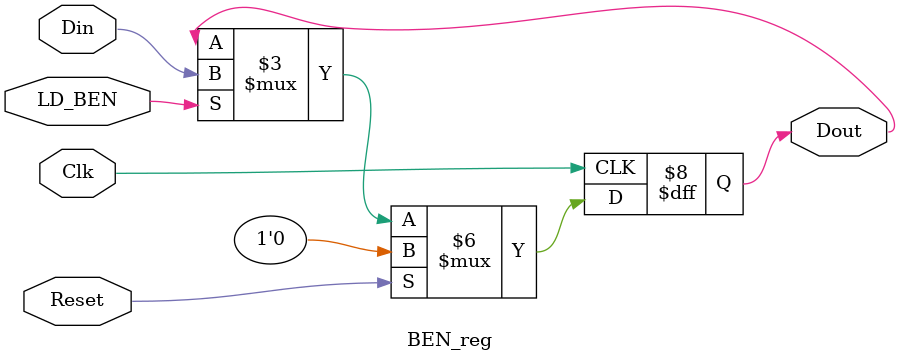
<source format=sv>
module NZP(
   input logic LD_CC, LD_BEN, Clk, Reset,
   input logic [15:0] Bus_input,
   input logic [2:0] IRNZP, // IR[11:9]
   output logic BEN
);

   logic [2:0] Logic_1, NZP_Out;
   logic Logic_2;
   always_comb
   begin
      if (Bus_input == 16'b0)
         Logic_1 = 3'b010;
      else if(Bus_input[15] == 1'b1)
         Logic_1 = 3'b100;
      else
         Logic_1 = 3'b001;
      
      Logic_2 = (IRNZP[2] & NZP_Out[2]) | (IRNZP[1] & NZP_Out[1]) | (IRNZP[0] & NZP_Out[0]); 
   end

   NZP_reg nzp_reg (.*, .Din(Logic_1), .Dout(NZP_Out));
   BEN_reg ben_reg (.*, .Din(Logic_2), .Dout(BEN));

endmodule



module NZP_reg(
input Clk, Reset, LD_CC,
input logic [2:0] Din,
output logic [2:0] Dout
);
    always_ff @ (posedge Clk) begin
         if (Reset)
            Dout <= 3'b0;
         else if (LD_CC)
            Dout <= Din[2:0];
         else
            Dout <= Dout;
    end
endmodule



module BEN_reg(
input Clk, Reset, LD_BEN,
input logic Din,
output logic Dout
);

    always_ff @ (posedge Clk) begin
         if (Reset)
            Dout <= 1'b0;
         else if (LD_BEN)
            Dout <= Din;
         else
            Dout <= Dout;
    end
endmodule
</source>
